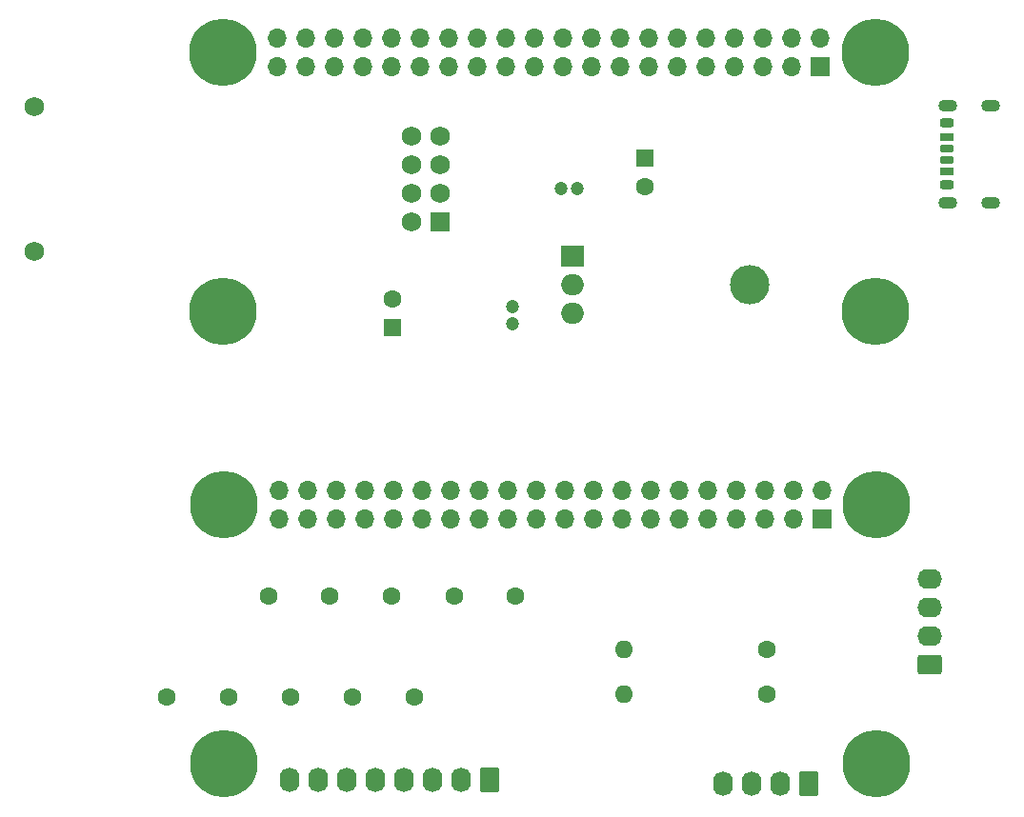
<source format=gts>
G04 #@! TF.GenerationSoftware,KiCad,Pcbnew,8.0.5*
G04 #@! TF.CreationDate,2024-10-16T23:16:24+02:00*
G04 #@! TF.ProjectId,raspberry_pi_hat,72617370-6265-4727-9279-5f70695f6861,rev?*
G04 #@! TF.SameCoordinates,Original*
G04 #@! TF.FileFunction,Soldermask,Top*
G04 #@! TF.FilePolarity,Negative*
%FSLAX46Y46*%
G04 Gerber Fmt 4.6, Leading zero omitted, Abs format (unit mm)*
G04 Created by KiCad (PCBNEW 8.0.5) date 2024-10-16 23:16:24*
%MOMM*%
%LPD*%
G01*
G04 APERTURE LIST*
G04 Aperture macros list*
%AMRoundRect*
0 Rectangle with rounded corners*
0 $1 Rounding radius*
0 $2 $3 $4 $5 $6 $7 $8 $9 X,Y pos of 4 corners*
0 Add a 4 corners polygon primitive as box body*
4,1,4,$2,$3,$4,$5,$6,$7,$8,$9,$2,$3,0*
0 Add four circle primitives for the rounded corners*
1,1,$1+$1,$2,$3*
1,1,$1+$1,$4,$5*
1,1,$1+$1,$6,$7*
1,1,$1+$1,$8,$9*
0 Add four rect primitives between the rounded corners*
20,1,$1+$1,$2,$3,$4,$5,0*
20,1,$1+$1,$4,$5,$6,$7,0*
20,1,$1+$1,$6,$7,$8,$9,0*
20,1,$1+$1,$8,$9,$2,$3,0*%
%AMHorizOval*
0 Thick line with rounded ends*
0 $1 width*
0 $2 $3 position (X,Y) of the first rounded end (center of the circle)*
0 $4 $5 position (X,Y) of the second rounded end (center of the circle)*
0 Add line between two ends*
20,1,$1,$2,$3,$4,$5,0*
0 Add two circle primitives to create the rounded ends*
1,1,$1,$2,$3*
1,1,$1,$4,$5*%
G04 Aperture macros list end*
%ADD10O,1.700000X1.700000*%
%ADD11R,1.700000X1.700000*%
%ADD12C,6.000000*%
%ADD13C,1.600000*%
%ADD14HorizOval,1.600000X0.000000X0.000000X0.000000X0.000000X0*%
%ADD15RoundRect,0.175000X0.425000X-0.175000X0.425000X0.175000X-0.425000X0.175000X-0.425000X-0.175000X0*%
%ADD16RoundRect,0.190000X-0.410000X0.190000X-0.410000X-0.190000X0.410000X-0.190000X0.410000X0.190000X0*%
%ADD17RoundRect,0.200000X-0.400000X0.200000X-0.400000X-0.200000X0.400000X-0.200000X0.400000X0.200000X0*%
%ADD18RoundRect,0.175000X-0.425000X0.175000X-0.425000X-0.175000X0.425000X-0.175000X0.425000X0.175000X0*%
%ADD19RoundRect,0.190000X0.410000X-0.190000X0.410000X0.190000X-0.410000X0.190000X-0.410000X-0.190000X0*%
%ADD20RoundRect,0.200000X0.400000X-0.200000X0.400000X0.200000X-0.400000X0.200000X-0.400000X-0.200000X0*%
%ADD21O,1.700000X1.100000*%
%ADD22C,1.200000*%
%ADD23RoundRect,0.250000X0.845000X-0.620000X0.845000X0.620000X-0.845000X0.620000X-0.845000X-0.620000X0*%
%ADD24O,2.190000X1.740000*%
%ADD25O,2.000000X1.905000*%
%ADD26R,2.000000X1.905000*%
%ADD27O,3.500000X3.500000*%
%ADD28C,1.728000*%
%ADD29RoundRect,0.102000X0.762000X0.762000X-0.762000X0.762000X-0.762000X-0.762000X0.762000X-0.762000X0*%
%ADD30RoundRect,0.250000X0.620000X0.845000X-0.620000X0.845000X-0.620000X-0.845000X0.620000X-0.845000X0*%
%ADD31O,1.740000X2.190000*%
%ADD32O,1.600000X1.600000*%
%ADD33R,1.600000X1.600000*%
G04 APERTURE END LIST*
D10*
X109955000Y-172842500D03*
X109955000Y-175382500D03*
X112495000Y-172842500D03*
X112495000Y-175382500D03*
X115035000Y-172842500D03*
X115035000Y-175382500D03*
X117575000Y-172842500D03*
X117575000Y-175382500D03*
X120115000Y-172842500D03*
X120115000Y-175382500D03*
X122655000Y-172842500D03*
X122655000Y-175382500D03*
X125195000Y-172842500D03*
X125195000Y-175382500D03*
X127735000Y-172842500D03*
X127735000Y-175382500D03*
X130275000Y-172842500D03*
X130275000Y-175382500D03*
X132815000Y-172842500D03*
X132815000Y-175382500D03*
X135355000Y-172842500D03*
X135355000Y-175382500D03*
X137895000Y-172842500D03*
X137895000Y-175382500D03*
X140435000Y-172842500D03*
X140435000Y-175382500D03*
X142975000Y-172842500D03*
X142975000Y-175382500D03*
X145515000Y-172842500D03*
X145515000Y-175382500D03*
X148055000Y-172842500D03*
X148055000Y-175382500D03*
X150595000Y-172842500D03*
X150595000Y-175382500D03*
X153135000Y-172842500D03*
X153135000Y-175382500D03*
X155675000Y-172842500D03*
X155675000Y-175382500D03*
X158215000Y-172842500D03*
D11*
X158215000Y-175382500D03*
D12*
X105085000Y-197112500D03*
X163085000Y-197112500D03*
X105085000Y-174112500D03*
X163085000Y-174112500D03*
D10*
X109795000Y-132605000D03*
X109795000Y-135145000D03*
X112335000Y-132605000D03*
X112335000Y-135145000D03*
X114875000Y-132605000D03*
X114875000Y-135145000D03*
X117415000Y-132605000D03*
X117415000Y-135145000D03*
X119955000Y-132605000D03*
X119955000Y-135145000D03*
X122495000Y-132605000D03*
X122495000Y-135145000D03*
X125035000Y-132605000D03*
X125035000Y-135145000D03*
X127575000Y-132605000D03*
X127575000Y-135145000D03*
X130115000Y-132605000D03*
X130115000Y-135145000D03*
X132655000Y-132605000D03*
X132655000Y-135145000D03*
X135195000Y-132605000D03*
X135195000Y-135145000D03*
X137735000Y-132605000D03*
X137735000Y-135145000D03*
X140275000Y-132605000D03*
X140275000Y-135145000D03*
X142815000Y-132605000D03*
X142815000Y-135145000D03*
X145355000Y-132605000D03*
X145355000Y-135145000D03*
X147895000Y-132605000D03*
X147895000Y-135145000D03*
X150435000Y-132605000D03*
X150435000Y-135145000D03*
X152975000Y-132605000D03*
X152975000Y-135145000D03*
X155515000Y-132605000D03*
X155515000Y-135145000D03*
X158055000Y-132605000D03*
D11*
X158055000Y-135145000D03*
D12*
X104925000Y-156875000D03*
X162925000Y-156875000D03*
X104925000Y-133875000D03*
X162925000Y-133875000D03*
D13*
X119990128Y-182172372D03*
D14*
X111009872Y-191152628D03*
D15*
X169320000Y-143400000D03*
D16*
X169320000Y-141380000D03*
D17*
X169320000Y-140150000D03*
D18*
X169320000Y-142400000D03*
D19*
X169320000Y-144420000D03*
D20*
X169320000Y-145650000D03*
D21*
X169400000Y-147220000D03*
X173200000Y-147220000D03*
X169400000Y-138580000D03*
X173200000Y-138580000D03*
D22*
X130700000Y-157950000D03*
X130700000Y-156450000D03*
D23*
X167790000Y-188292500D03*
D24*
X167790000Y-185752500D03*
X167790000Y-183212500D03*
X167790000Y-180672500D03*
D25*
X136000000Y-157080000D03*
X136000000Y-154540000D03*
D26*
X136000000Y-152000000D03*
D27*
X151800000Y-154540000D03*
D13*
X108990128Y-182172372D03*
D14*
X100009872Y-191152628D03*
D28*
X88187500Y-138712500D03*
X88187500Y-151512500D03*
X121747600Y-141292500D03*
X124287500Y-141292500D03*
X121747600Y-143832500D03*
X124287500Y-143832500D03*
X121747600Y-146372500D03*
X124287500Y-146372500D03*
X121747600Y-148912500D03*
D29*
X124287500Y-148912500D03*
D30*
X157000000Y-198912500D03*
D31*
X154460000Y-198912500D03*
X151920000Y-198912500D03*
X149380000Y-198912500D03*
D13*
X125500000Y-182172372D03*
D14*
X116519744Y-191152628D03*
D30*
X128640000Y-198537500D03*
D31*
X126100000Y-198537500D03*
X123560000Y-198537500D03*
X121020000Y-198537500D03*
X118480000Y-198537500D03*
X115940000Y-198537500D03*
X113400000Y-198537500D03*
X110860000Y-198537500D03*
D13*
X114490128Y-182172372D03*
D14*
X105509872Y-191152628D03*
D13*
X153350000Y-186912500D03*
D32*
X140650000Y-186912500D03*
D33*
X142500000Y-143294888D03*
D13*
X142500000Y-145794888D03*
X153350000Y-190912500D03*
D32*
X140650000Y-190912500D03*
D33*
X120000000Y-158305112D03*
D13*
X120000000Y-155805112D03*
D22*
X135000000Y-146000000D03*
X136500000Y-146000000D03*
D14*
X122009872Y-191152628D03*
D13*
X130990128Y-182172372D03*
M02*

</source>
